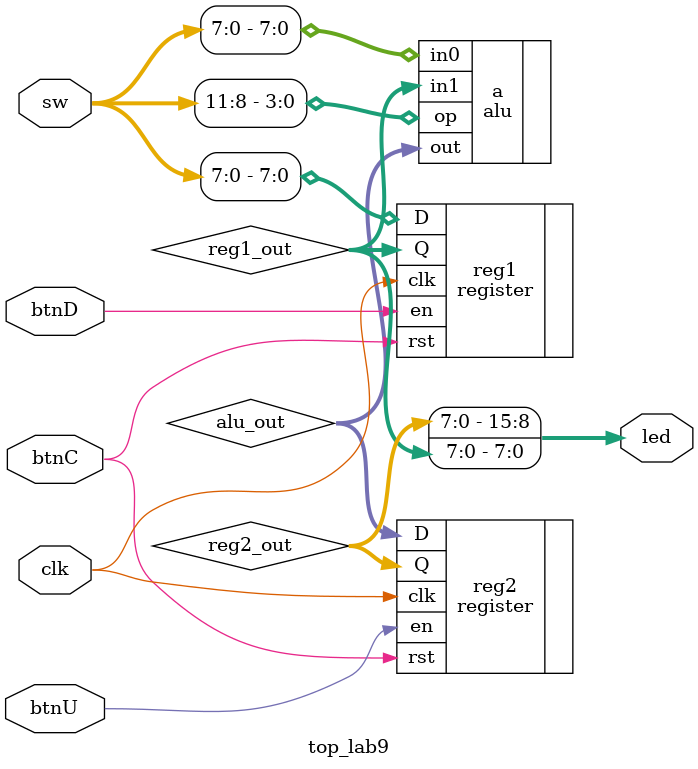
<source format=sv>
`timescale 1ns / 1ps


module top_lab9(

    input btnU, btnD, btnC, clk,
    input [11:0]sw,
    output [15:0]led
);
    wire [7:0]reg1_out, reg2_out, alu_out;
    
    register #(.N(1)) reg1(.clk(clk), .rst(btnC), .en(btnD), .D(sw[7:0]), .Q(reg1_out));
    alu #(.N(8)) a(.in0(sw[7:0]), .in1(reg1_out), .op(sw[11:8]), .out(alu_out));
    register #(.N(1)) reg2(.clk(clk), .rst(btnC), .en(btnU), .D(alu_out), .Q(reg2_out));
    
    assign led [7:0] = reg1_out; 
    assign led [15:8] = reg2_out;
endmodule

</source>
